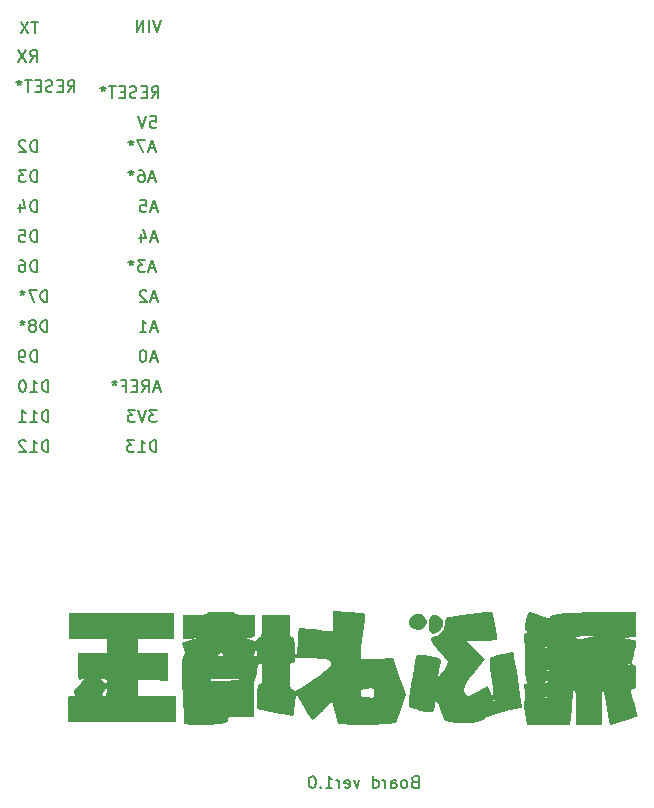
<source format=gbr>
%TF.GenerationSoftware,KiCad,Pcbnew,(6.0.5)*%
%TF.CreationDate,2022-07-12T02:11:44+09:00*%
%TF.ProjectId,sc11bbm,73633131-6262-46d2-9e6b-696361645f70,rev?*%
%TF.SameCoordinates,PXca2b5f1PY459e440*%
%TF.FileFunction,Legend,Bot*%
%TF.FilePolarity,Positive*%
%FSLAX46Y46*%
G04 Gerber Fmt 4.6, Leading zero omitted, Abs format (unit mm)*
G04 Created by KiCad (PCBNEW (6.0.5)) date 2022-07-12 02:11:44*
%MOMM*%
%LPD*%
G01*
G04 APERTURE LIST*
%ADD10C,0.150000*%
G04 APERTURE END LIST*
D10*
X5655713Y-45800571D02*
X5512856Y-45848190D01*
X5465237Y-45895809D01*
X5417618Y-45991047D01*
X5417618Y-46133904D01*
X5465237Y-46229142D01*
X5512856Y-46276761D01*
X5608094Y-46324380D01*
X5989046Y-46324380D01*
X5989046Y-45324380D01*
X5655713Y-45324380D01*
X5560475Y-45372000D01*
X5512856Y-45419619D01*
X5465237Y-45514857D01*
X5465237Y-45610095D01*
X5512856Y-45705333D01*
X5560475Y-45752952D01*
X5655713Y-45800571D01*
X5989046Y-45800571D01*
X4846189Y-46324380D02*
X4941427Y-46276761D01*
X4989046Y-46229142D01*
X5036665Y-46133904D01*
X5036665Y-45848190D01*
X4989046Y-45752952D01*
X4941427Y-45705333D01*
X4846189Y-45657714D01*
X4703332Y-45657714D01*
X4608094Y-45705333D01*
X4560475Y-45752952D01*
X4512856Y-45848190D01*
X4512856Y-46133904D01*
X4560475Y-46229142D01*
X4608094Y-46276761D01*
X4703332Y-46324380D01*
X4846189Y-46324380D01*
X3655713Y-46324380D02*
X3655713Y-45800571D01*
X3703332Y-45705333D01*
X3798570Y-45657714D01*
X3989046Y-45657714D01*
X4084284Y-45705333D01*
X3655713Y-46276761D02*
X3750951Y-46324380D01*
X3989046Y-46324380D01*
X4084284Y-46276761D01*
X4131903Y-46181523D01*
X4131903Y-46086285D01*
X4084284Y-45991047D01*
X3989046Y-45943428D01*
X3750951Y-45943428D01*
X3655713Y-45895809D01*
X3179522Y-46324380D02*
X3179522Y-45657714D01*
X3179522Y-45848190D02*
X3131903Y-45752952D01*
X3084284Y-45705333D01*
X2989046Y-45657714D01*
X2893808Y-45657714D01*
X2131903Y-46324380D02*
X2131903Y-45324380D01*
X2131903Y-46276761D02*
X2227141Y-46324380D01*
X2417618Y-46324380D01*
X2512856Y-46276761D01*
X2560475Y-46229142D01*
X2608094Y-46133904D01*
X2608094Y-45848190D01*
X2560475Y-45752952D01*
X2512856Y-45705333D01*
X2417618Y-45657714D01*
X2227141Y-45657714D01*
X2131903Y-45705333D01*
X989046Y-45657714D02*
X750951Y-46324380D01*
X512856Y-45657714D01*
X-249049Y-46276761D02*
X-153811Y-46324380D01*
X36665Y-46324380D01*
X131903Y-46276761D01*
X179522Y-46181523D01*
X179522Y-45800571D01*
X131903Y-45705333D01*
X36665Y-45657714D01*
X-153811Y-45657714D01*
X-249049Y-45705333D01*
X-296668Y-45800571D01*
X-296668Y-45895809D01*
X179522Y-45991047D01*
X-725240Y-46324380D02*
X-725240Y-45657714D01*
X-725240Y-45848190D02*
X-772859Y-45752952D01*
X-820478Y-45705333D01*
X-915716Y-45657714D01*
X-1010954Y-45657714D01*
X-1868097Y-46324380D02*
X-1296668Y-46324380D01*
X-1582382Y-46324380D02*
X-1582382Y-45324380D01*
X-1487144Y-45467238D01*
X-1391906Y-45562476D01*
X-1296668Y-45610095D01*
X-2296668Y-46229142D02*
X-2344287Y-46276761D01*
X-2296668Y-46324380D01*
X-2249049Y-46276761D01*
X-2296668Y-46229142D01*
X-2296668Y-46324380D01*
X-2963335Y-45324380D02*
X-3058573Y-45324380D01*
X-3153811Y-45372000D01*
X-3201430Y-45419619D01*
X-3249049Y-45514857D01*
X-3296668Y-45705333D01*
X-3296668Y-45943428D01*
X-3249049Y-46133904D01*
X-3201430Y-46229142D01*
X-3153811Y-46276761D01*
X-3058573Y-46324380D01*
X-2963335Y-46324380D01*
X-2868097Y-46276761D01*
X-2820478Y-46229142D01*
X-2772859Y-46133904D01*
X-2725240Y-45943428D01*
X-2725240Y-45705333D01*
X-2772859Y-45514857D01*
X-2820478Y-45419619D01*
X-2868097Y-45372000D01*
X-2963335Y-45324380D01*
X-15822763Y18683620D02*
X-16156097Y17683620D01*
X-16489430Y18683620D01*
X-16822763Y17683620D02*
X-16822763Y18683620D01*
X-17298954Y17683620D02*
X-17298954Y18683620D01*
X-17870382Y17683620D01*
X-17870382Y18683620D01*
X-26228097Y18547620D02*
X-26799525Y18547620D01*
X-26513811Y17547620D02*
X-26513811Y18547620D01*
X-27037621Y18547620D02*
X-27704287Y17547620D01*
X-27704287Y18547620D02*
X-27037621Y17547620D01*
X-26339906Y-96380D02*
X-26339906Y903620D01*
X-26578001Y903620D01*
X-26720859Y856000D01*
X-26816097Y760762D01*
X-26863716Y665524D01*
X-26911335Y475048D01*
X-26911335Y332191D01*
X-26863716Y141715D01*
X-26816097Y46477D01*
X-26720859Y-48761D01*
X-26578001Y-96380D01*
X-26339906Y-96380D01*
X-27816097Y903620D02*
X-27339906Y903620D01*
X-27292287Y427429D01*
X-27339906Y475048D01*
X-27435144Y522667D01*
X-27673240Y522667D01*
X-27768478Y475048D01*
X-27816097Y427429D01*
X-27863716Y332191D01*
X-27863716Y94096D01*
X-27816097Y-1142D01*
X-27768478Y-48761D01*
X-27673240Y-96380D01*
X-27435144Y-96380D01*
X-27339906Y-48761D01*
X-27292287Y-1142D01*
X-26339906Y2443620D02*
X-26339906Y3443620D01*
X-26578001Y3443620D01*
X-26720859Y3396000D01*
X-26816097Y3300762D01*
X-26863716Y3205524D01*
X-26911335Y3015048D01*
X-26911335Y2872191D01*
X-26863716Y2681715D01*
X-26816097Y2586477D01*
X-26720859Y2491239D01*
X-26578001Y2443620D01*
X-26339906Y2443620D01*
X-27768478Y3110286D02*
X-27768478Y2443620D01*
X-27530382Y3491239D02*
X-27292287Y2776953D01*
X-27911335Y2776953D01*
X-25355716Y-15336380D02*
X-25355716Y-14336380D01*
X-25593811Y-14336380D01*
X-25736668Y-14384000D01*
X-25831906Y-14479238D01*
X-25879525Y-14574476D01*
X-25927144Y-14764952D01*
X-25927144Y-14907809D01*
X-25879525Y-15098285D01*
X-25831906Y-15193523D01*
X-25736668Y-15288761D01*
X-25593811Y-15336380D01*
X-25355716Y-15336380D01*
X-26879525Y-15336380D02*
X-26308097Y-15336380D01*
X-26593811Y-15336380D02*
X-26593811Y-14336380D01*
X-26498573Y-14479238D01*
X-26403335Y-14574476D01*
X-26308097Y-14622095D01*
X-27831906Y-15336380D02*
X-27260478Y-15336380D01*
X-27546192Y-15336380D02*
X-27546192Y-14336380D01*
X-27450954Y-14479238D01*
X-27355716Y-14574476D01*
X-27260478Y-14622095D01*
X-26339906Y-2636380D02*
X-26339906Y-1636380D01*
X-26578001Y-1636380D01*
X-26720859Y-1684000D01*
X-26816097Y-1779238D01*
X-26863716Y-1874476D01*
X-26911335Y-2064952D01*
X-26911335Y-2207809D01*
X-26863716Y-2398285D01*
X-26816097Y-2493523D01*
X-26720859Y-2588761D01*
X-26578001Y-2636380D01*
X-26339906Y-2636380D01*
X-27768478Y-1636380D02*
X-27578001Y-1636380D01*
X-27482763Y-1684000D01*
X-27435144Y-1731619D01*
X-27339906Y-1874476D01*
X-27292287Y-2064952D01*
X-27292287Y-2445904D01*
X-27339906Y-2541142D01*
X-27387525Y-2588761D01*
X-27482763Y-2636380D01*
X-27673240Y-2636380D01*
X-27768478Y-2588761D01*
X-27816097Y-2541142D01*
X-27863716Y-2445904D01*
X-27863716Y-2207809D01*
X-27816097Y-2112571D01*
X-27768478Y-2064952D01*
X-27673240Y-2017333D01*
X-27482763Y-2017333D01*
X-27387525Y-2064952D01*
X-27339906Y-2112571D01*
X-27292287Y-2207809D01*
X-16727525Y10555620D02*
X-16251335Y10555620D01*
X-16203716Y10079429D01*
X-16251335Y10127048D01*
X-16346573Y10174667D01*
X-16584668Y10174667D01*
X-16679906Y10127048D01*
X-16727525Y10079429D01*
X-16775144Y9984191D01*
X-16775144Y9746096D01*
X-16727525Y9650858D01*
X-16679906Y9603239D01*
X-16584668Y9555620D01*
X-16346573Y9555620D01*
X-16251335Y9603239D01*
X-16203716Y9650858D01*
X-17060859Y10555620D02*
X-17394192Y9555620D01*
X-17727525Y10555620D01*
X-16203716Y-7430666D02*
X-16679906Y-7430666D01*
X-16108478Y-7716380D02*
X-16441811Y-6716380D01*
X-16775144Y-7716380D01*
X-17632287Y-7716380D02*
X-17060859Y-7716380D01*
X-17346573Y-7716380D02*
X-17346573Y-6716380D01*
X-17251335Y-6859238D01*
X-17156097Y-6954476D01*
X-17060859Y-7002095D01*
X-16203716Y-9970666D02*
X-16679906Y-9970666D01*
X-16108478Y-10256380D02*
X-16441811Y-9256380D01*
X-16775144Y-10256380D01*
X-17298954Y-9256380D02*
X-17394192Y-9256380D01*
X-17489430Y-9304000D01*
X-17537049Y-9351619D01*
X-17584668Y-9446857D01*
X-17632287Y-9637333D01*
X-17632287Y-9875428D01*
X-17584668Y-10065904D01*
X-17537049Y-10161142D01*
X-17489430Y-10208761D01*
X-17394192Y-10256380D01*
X-17298954Y-10256380D01*
X-17203716Y-10208761D01*
X-17156097Y-10161142D01*
X-17108478Y-10065904D01*
X-17060859Y-9875428D01*
X-17060859Y-9637333D01*
X-17108478Y-9446857D01*
X-17156097Y-9351619D01*
X-17203716Y-9304000D01*
X-17298954Y-9256380D01*
X-16203716Y-4890666D02*
X-16679906Y-4890666D01*
X-16108478Y-5176380D02*
X-16441811Y-4176380D01*
X-16775144Y-5176380D01*
X-17060859Y-4271619D02*
X-17108478Y-4224000D01*
X-17203716Y-4176380D01*
X-17441811Y-4176380D01*
X-17537049Y-4224000D01*
X-17584668Y-4271619D01*
X-17632287Y-4366857D01*
X-17632287Y-4462095D01*
X-17584668Y-4604952D01*
X-17013240Y-5176380D01*
X-17632287Y-5176380D01*
X-23720668Y12603620D02*
X-23387335Y13079810D01*
X-23149240Y12603620D02*
X-23149240Y13603620D01*
X-23530192Y13603620D01*
X-23625430Y13556000D01*
X-23673049Y13508381D01*
X-23720668Y13413143D01*
X-23720668Y13270286D01*
X-23673049Y13175048D01*
X-23625430Y13127429D01*
X-23530192Y13079810D01*
X-23149240Y13079810D01*
X-24149240Y13127429D02*
X-24482573Y13127429D01*
X-24625430Y12603620D02*
X-24149240Y12603620D01*
X-24149240Y13603620D01*
X-24625430Y13603620D01*
X-25006382Y12651239D02*
X-25149240Y12603620D01*
X-25387335Y12603620D01*
X-25482573Y12651239D01*
X-25530192Y12698858D01*
X-25577811Y12794096D01*
X-25577811Y12889334D01*
X-25530192Y12984572D01*
X-25482573Y13032191D01*
X-25387335Y13079810D01*
X-25196859Y13127429D01*
X-25101621Y13175048D01*
X-25054001Y13222667D01*
X-25006382Y13317905D01*
X-25006382Y13413143D01*
X-25054001Y13508381D01*
X-25101621Y13556000D01*
X-25196859Y13603620D01*
X-25434954Y13603620D01*
X-25577811Y13556000D01*
X-26006382Y13127429D02*
X-26339716Y13127429D01*
X-26482573Y12603620D02*
X-26006382Y12603620D01*
X-26006382Y13603620D01*
X-26482573Y13603620D01*
X-26768287Y13603620D02*
X-27339716Y13603620D01*
X-27054001Y12603620D02*
X-27054001Y13603620D01*
X-27815906Y13603620D02*
X-27815906Y13365524D01*
X-27577811Y13460762D02*
X-27815906Y13365524D01*
X-28054001Y13460762D01*
X-27673049Y13175048D02*
X-27815906Y13365524D01*
X-27958763Y13175048D01*
X-16211716Y-17876380D02*
X-16211716Y-16876380D01*
X-16449811Y-16876380D01*
X-16592668Y-16924000D01*
X-16687906Y-17019238D01*
X-16735525Y-17114476D01*
X-16783144Y-17304952D01*
X-16783144Y-17447809D01*
X-16735525Y-17638285D01*
X-16687906Y-17733523D01*
X-16592668Y-17828761D01*
X-16449811Y-17876380D01*
X-16211716Y-17876380D01*
X-17735525Y-17876380D02*
X-17164097Y-17876380D01*
X-17449811Y-17876380D02*
X-17449811Y-16876380D01*
X-17354573Y-17019238D01*
X-17259335Y-17114476D01*
X-17164097Y-17162095D01*
X-18068859Y-16876380D02*
X-18687906Y-16876380D01*
X-18354573Y-17257333D01*
X-18497430Y-17257333D01*
X-18592668Y-17304952D01*
X-18640287Y-17352571D01*
X-18687906Y-17447809D01*
X-18687906Y-17685904D01*
X-18640287Y-17781142D01*
X-18592668Y-17828761D01*
X-18497430Y-17876380D01*
X-18211716Y-17876380D01*
X-18116478Y-17828761D01*
X-18068859Y-17781142D01*
X-16187906Y-14336380D02*
X-16806954Y-14336380D01*
X-16473621Y-14717333D01*
X-16616478Y-14717333D01*
X-16711716Y-14764952D01*
X-16759335Y-14812571D01*
X-16806954Y-14907809D01*
X-16806954Y-15145904D01*
X-16759335Y-15241142D01*
X-16711716Y-15288761D01*
X-16616478Y-15336380D01*
X-16330763Y-15336380D01*
X-16235525Y-15288761D01*
X-16187906Y-15241142D01*
X-17092668Y-14336380D02*
X-17426001Y-15336380D01*
X-17759335Y-14336380D01*
X-17997430Y-14336380D02*
X-18616478Y-14336380D01*
X-18283144Y-14717333D01*
X-18426001Y-14717333D01*
X-18521240Y-14764952D01*
X-18568859Y-14812571D01*
X-18616478Y-14907809D01*
X-18616478Y-15145904D01*
X-18568859Y-15241142D01*
X-18521240Y-15288761D01*
X-18426001Y-15336380D01*
X-18140287Y-15336380D01*
X-18045049Y-15288761D01*
X-17997430Y-15241142D01*
X-16330763Y5269334D02*
X-16806954Y5269334D01*
X-16235525Y4983620D02*
X-16568859Y5983620D01*
X-16902192Y4983620D01*
X-17664097Y5983620D02*
X-17473621Y5983620D01*
X-17378382Y5936000D01*
X-17330763Y5888381D01*
X-17235525Y5745524D01*
X-17187906Y5555048D01*
X-17187906Y5174096D01*
X-17235525Y5078858D01*
X-17283144Y5031239D01*
X-17378382Y4983620D01*
X-17568859Y4983620D01*
X-17664097Y5031239D01*
X-17711716Y5078858D01*
X-17759335Y5174096D01*
X-17759335Y5412191D01*
X-17711716Y5507429D01*
X-17664097Y5555048D01*
X-17568859Y5602667D01*
X-17378382Y5602667D01*
X-17283144Y5555048D01*
X-17235525Y5507429D01*
X-17187906Y5412191D01*
X-18330763Y5983620D02*
X-18330763Y5745524D01*
X-18092668Y5840762D02*
X-18330763Y5745524D01*
X-18568859Y5840762D01*
X-18187906Y5555048D02*
X-18330763Y5745524D01*
X-18473621Y5555048D01*
X-26911335Y15143620D02*
X-26578001Y15619810D01*
X-26339906Y15143620D02*
X-26339906Y16143620D01*
X-26720859Y16143620D01*
X-26816097Y16096000D01*
X-26863716Y16048381D01*
X-26911335Y15953143D01*
X-26911335Y15810286D01*
X-26863716Y15715048D01*
X-26816097Y15667429D01*
X-26720859Y15619810D01*
X-26339906Y15619810D01*
X-27244668Y16143620D02*
X-27911335Y15143620D01*
X-27911335Y16143620D02*
X-27244668Y15143620D01*
X-26339906Y4983620D02*
X-26339906Y5983620D01*
X-26578001Y5983620D01*
X-26720859Y5936000D01*
X-26816097Y5840762D01*
X-26863716Y5745524D01*
X-26911335Y5555048D01*
X-26911335Y5412191D01*
X-26863716Y5221715D01*
X-26816097Y5126477D01*
X-26720859Y5031239D01*
X-26578001Y4983620D01*
X-26339906Y4983620D01*
X-27244668Y5983620D02*
X-27863716Y5983620D01*
X-27530382Y5602667D01*
X-27673240Y5602667D01*
X-27768478Y5555048D01*
X-27816097Y5507429D01*
X-27863716Y5412191D01*
X-27863716Y5174096D01*
X-27816097Y5078858D01*
X-27768478Y5031239D01*
X-27673240Y4983620D01*
X-27387525Y4983620D01*
X-27292287Y5031239D01*
X-27244668Y5078858D01*
X-16330763Y-2350666D02*
X-16806954Y-2350666D01*
X-16235525Y-2636380D02*
X-16568859Y-1636380D01*
X-16902192Y-2636380D01*
X-17140287Y-1636380D02*
X-17759335Y-1636380D01*
X-17426001Y-2017333D01*
X-17568859Y-2017333D01*
X-17664097Y-2064952D01*
X-17711716Y-2112571D01*
X-17759335Y-2207809D01*
X-17759335Y-2445904D01*
X-17711716Y-2541142D01*
X-17664097Y-2588761D01*
X-17568859Y-2636380D01*
X-17283144Y-2636380D01*
X-17187906Y-2588761D01*
X-17140287Y-2541142D01*
X-18330763Y-1636380D02*
X-18330763Y-1874476D01*
X-18092668Y-1779238D02*
X-18330763Y-1874476D01*
X-18568859Y-1779238D01*
X-18187906Y-2064952D02*
X-18330763Y-1874476D01*
X-18473621Y-2064952D01*
X-16203716Y2729334D02*
X-16679906Y2729334D01*
X-16108478Y2443620D02*
X-16441811Y3443620D01*
X-16775144Y2443620D01*
X-17584668Y3443620D02*
X-17108478Y3443620D01*
X-17060859Y2967429D01*
X-17108478Y3015048D01*
X-17203716Y3062667D01*
X-17441811Y3062667D01*
X-17537049Y3015048D01*
X-17584668Y2967429D01*
X-17632287Y2872191D01*
X-17632287Y2634096D01*
X-17584668Y2538858D01*
X-17537049Y2491239D01*
X-17441811Y2443620D01*
X-17203716Y2443620D01*
X-17108478Y2491239D01*
X-17060859Y2538858D01*
X-26339906Y-10256380D02*
X-26339906Y-9256380D01*
X-26578001Y-9256380D01*
X-26720859Y-9304000D01*
X-26816097Y-9399238D01*
X-26863716Y-9494476D01*
X-26911335Y-9684952D01*
X-26911335Y-9827809D01*
X-26863716Y-10018285D01*
X-26816097Y-10113523D01*
X-26720859Y-10208761D01*
X-26578001Y-10256380D01*
X-26339906Y-10256380D01*
X-27387525Y-10256380D02*
X-27578001Y-10256380D01*
X-27673240Y-10208761D01*
X-27720859Y-10161142D01*
X-27816097Y-10018285D01*
X-27863716Y-9827809D01*
X-27863716Y-9446857D01*
X-27816097Y-9351619D01*
X-27768478Y-9304000D01*
X-27673240Y-9256380D01*
X-27482763Y-9256380D01*
X-27387525Y-9304000D01*
X-27339906Y-9351619D01*
X-27292287Y-9446857D01*
X-27292287Y-9684952D01*
X-27339906Y-9780190D01*
X-27387525Y-9827809D01*
X-27482763Y-9875428D01*
X-27673240Y-9875428D01*
X-27768478Y-9827809D01*
X-27816097Y-9780190D01*
X-27863716Y-9684952D01*
X-26339906Y7523620D02*
X-26339906Y8523620D01*
X-26578001Y8523620D01*
X-26720859Y8476000D01*
X-26816097Y8380762D01*
X-26863716Y8285524D01*
X-26911335Y8095048D01*
X-26911335Y7952191D01*
X-26863716Y7761715D01*
X-26816097Y7666477D01*
X-26720859Y7571239D01*
X-26578001Y7523620D01*
X-26339906Y7523620D01*
X-27292287Y8428381D02*
X-27339906Y8476000D01*
X-27435144Y8523620D01*
X-27673240Y8523620D01*
X-27768478Y8476000D01*
X-27816097Y8428381D01*
X-27863716Y8333143D01*
X-27863716Y8237905D01*
X-27816097Y8095048D01*
X-27244668Y7523620D01*
X-27863716Y7523620D01*
X-16203716Y189334D02*
X-16679906Y189334D01*
X-16108478Y-96380D02*
X-16441811Y903620D01*
X-16775144Y-96380D01*
X-17537049Y570286D02*
X-17537049Y-96380D01*
X-17298954Y951239D02*
X-17060859Y236953D01*
X-17679906Y236953D01*
X-25355716Y-12796380D02*
X-25355716Y-11796380D01*
X-25593811Y-11796380D01*
X-25736668Y-11844000D01*
X-25831906Y-11939238D01*
X-25879525Y-12034476D01*
X-25927144Y-12224952D01*
X-25927144Y-12367809D01*
X-25879525Y-12558285D01*
X-25831906Y-12653523D01*
X-25736668Y-12748761D01*
X-25593811Y-12796380D01*
X-25355716Y-12796380D01*
X-26879525Y-12796380D02*
X-26308097Y-12796380D01*
X-26593811Y-12796380D02*
X-26593811Y-11796380D01*
X-26498573Y-11939238D01*
X-26403335Y-12034476D01*
X-26308097Y-12082095D01*
X-27498573Y-11796380D02*
X-27593811Y-11796380D01*
X-27689049Y-11844000D01*
X-27736668Y-11891619D01*
X-27784287Y-11986857D01*
X-27831906Y-12177333D01*
X-27831906Y-12415428D01*
X-27784287Y-12605904D01*
X-27736668Y-12701142D01*
X-27689049Y-12748761D01*
X-27593811Y-12796380D01*
X-27498573Y-12796380D01*
X-27403335Y-12748761D01*
X-27355716Y-12701142D01*
X-27308097Y-12605904D01*
X-27260478Y-12415428D01*
X-27260478Y-12177333D01*
X-27308097Y-11986857D01*
X-27355716Y-11891619D01*
X-27403335Y-11844000D01*
X-27498573Y-11796380D01*
X-15934001Y-12510666D02*
X-16410192Y-12510666D01*
X-15838763Y-12796380D02*
X-16172097Y-11796380D01*
X-16505430Y-12796380D01*
X-17410192Y-12796380D02*
X-17076859Y-12320190D01*
X-16838763Y-12796380D02*
X-16838763Y-11796380D01*
X-17219716Y-11796380D01*
X-17314954Y-11844000D01*
X-17362573Y-11891619D01*
X-17410192Y-11986857D01*
X-17410192Y-12129714D01*
X-17362573Y-12224952D01*
X-17314954Y-12272571D01*
X-17219716Y-12320190D01*
X-16838763Y-12320190D01*
X-17838763Y-12272571D02*
X-18172097Y-12272571D01*
X-18314954Y-12796380D02*
X-17838763Y-12796380D01*
X-17838763Y-11796380D01*
X-18314954Y-11796380D01*
X-19076859Y-12272571D02*
X-18743525Y-12272571D01*
X-18743525Y-12796380D02*
X-18743525Y-11796380D01*
X-19219716Y-11796380D01*
X-19743525Y-11796380D02*
X-19743525Y-12034476D01*
X-19505430Y-11939238D02*
X-19743525Y-12034476D01*
X-19981621Y-11939238D01*
X-19600668Y-12224952D02*
X-19743525Y-12034476D01*
X-19886382Y-12224952D01*
X-16330763Y7809334D02*
X-16806954Y7809334D01*
X-16235525Y7523620D02*
X-16568859Y8523620D01*
X-16902192Y7523620D01*
X-17140287Y8523620D02*
X-17806954Y8523620D01*
X-17378382Y7523620D01*
X-18330763Y8523620D02*
X-18330763Y8285524D01*
X-18092668Y8380762D02*
X-18330763Y8285524D01*
X-18568859Y8380762D01*
X-18187906Y8095048D02*
X-18330763Y8285524D01*
X-18473621Y8095048D01*
X-25450954Y-7716380D02*
X-25450954Y-6716380D01*
X-25689049Y-6716380D01*
X-25831906Y-6764000D01*
X-25927144Y-6859238D01*
X-25974763Y-6954476D01*
X-26022382Y-7144952D01*
X-26022382Y-7287809D01*
X-25974763Y-7478285D01*
X-25927144Y-7573523D01*
X-25831906Y-7668761D01*
X-25689049Y-7716380D01*
X-25450954Y-7716380D01*
X-26593811Y-7144952D02*
X-26498573Y-7097333D01*
X-26450954Y-7049714D01*
X-26403335Y-6954476D01*
X-26403335Y-6906857D01*
X-26450954Y-6811619D01*
X-26498573Y-6764000D01*
X-26593811Y-6716380D01*
X-26784287Y-6716380D01*
X-26879525Y-6764000D01*
X-26927144Y-6811619D01*
X-26974763Y-6906857D01*
X-26974763Y-6954476D01*
X-26927144Y-7049714D01*
X-26879525Y-7097333D01*
X-26784287Y-7144952D01*
X-26593811Y-7144952D01*
X-26498573Y-7192571D01*
X-26450954Y-7240190D01*
X-26403335Y-7335428D01*
X-26403335Y-7525904D01*
X-26450954Y-7621142D01*
X-26498573Y-7668761D01*
X-26593811Y-7716380D01*
X-26784287Y-7716380D01*
X-26879525Y-7668761D01*
X-26927144Y-7621142D01*
X-26974763Y-7525904D01*
X-26974763Y-7335428D01*
X-26927144Y-7240190D01*
X-26879525Y-7192571D01*
X-26784287Y-7144952D01*
X-27546192Y-6716380D02*
X-27546192Y-6954476D01*
X-27308097Y-6859238D02*
X-27546192Y-6954476D01*
X-27784287Y-6859238D01*
X-27403335Y-7144952D02*
X-27546192Y-6954476D01*
X-27689049Y-7144952D01*
X-16608668Y12095620D02*
X-16275335Y12571810D01*
X-16037240Y12095620D02*
X-16037240Y13095620D01*
X-16418192Y13095620D01*
X-16513430Y13048000D01*
X-16561049Y13000381D01*
X-16608668Y12905143D01*
X-16608668Y12762286D01*
X-16561049Y12667048D01*
X-16513430Y12619429D01*
X-16418192Y12571810D01*
X-16037240Y12571810D01*
X-17037240Y12619429D02*
X-17370573Y12619429D01*
X-17513430Y12095620D02*
X-17037240Y12095620D01*
X-17037240Y13095620D01*
X-17513430Y13095620D01*
X-17894382Y12143239D02*
X-18037240Y12095620D01*
X-18275335Y12095620D01*
X-18370573Y12143239D01*
X-18418192Y12190858D01*
X-18465811Y12286096D01*
X-18465811Y12381334D01*
X-18418192Y12476572D01*
X-18370573Y12524191D01*
X-18275335Y12571810D01*
X-18084859Y12619429D01*
X-17989621Y12667048D01*
X-17942001Y12714667D01*
X-17894382Y12809905D01*
X-17894382Y12905143D01*
X-17942001Y13000381D01*
X-17989621Y13048000D01*
X-18084859Y13095620D01*
X-18322954Y13095620D01*
X-18465811Y13048000D01*
X-18894382Y12619429D02*
X-19227716Y12619429D01*
X-19370573Y12095620D02*
X-18894382Y12095620D01*
X-18894382Y13095620D01*
X-19370573Y13095620D01*
X-19656287Y13095620D02*
X-20227716Y13095620D01*
X-19942001Y12095620D02*
X-19942001Y13095620D01*
X-20703906Y13095620D02*
X-20703906Y12857524D01*
X-20465811Y12952762D02*
X-20703906Y12857524D01*
X-20942001Y12952762D01*
X-20561049Y12667048D02*
X-20703906Y12857524D01*
X-20846763Y12667048D01*
X-25450954Y-5176380D02*
X-25450954Y-4176380D01*
X-25689049Y-4176380D01*
X-25831906Y-4224000D01*
X-25927144Y-4319238D01*
X-25974763Y-4414476D01*
X-26022382Y-4604952D01*
X-26022382Y-4747809D01*
X-25974763Y-4938285D01*
X-25927144Y-5033523D01*
X-25831906Y-5128761D01*
X-25689049Y-5176380D01*
X-25450954Y-5176380D01*
X-26355716Y-4176380D02*
X-27022382Y-4176380D01*
X-26593811Y-5176380D01*
X-27546192Y-4176380D02*
X-27546192Y-4414476D01*
X-27308097Y-4319238D02*
X-27546192Y-4414476D01*
X-27784287Y-4319238D01*
X-27403335Y-4604952D02*
X-27546192Y-4414476D01*
X-27689049Y-4604952D01*
X-25355716Y-17876380D02*
X-25355716Y-16876380D01*
X-25593811Y-16876380D01*
X-25736668Y-16924000D01*
X-25831906Y-17019238D01*
X-25879525Y-17114476D01*
X-25927144Y-17304952D01*
X-25927144Y-17447809D01*
X-25879525Y-17638285D01*
X-25831906Y-17733523D01*
X-25736668Y-17828761D01*
X-25593811Y-17876380D01*
X-25355716Y-17876380D01*
X-26879525Y-17876380D02*
X-26308097Y-17876380D01*
X-26593811Y-17876380D02*
X-26593811Y-16876380D01*
X-26498573Y-17019238D01*
X-26403335Y-17114476D01*
X-26308097Y-17162095D01*
X-27260478Y-16971619D02*
X-27308097Y-16924000D01*
X-27403335Y-16876380D01*
X-27641430Y-16876380D01*
X-27736668Y-16924000D01*
X-27784287Y-16971619D01*
X-27831906Y-17066857D01*
X-27831906Y-17162095D01*
X-27784287Y-17304952D01*
X-27212859Y-17876380D01*
X-27831906Y-17876380D01*
%TO.C,G\u002A\u002A\u002A*%
G36*
X7438416Y-31699317D02*
G01*
X7827511Y-31873640D01*
X8037499Y-32201853D01*
X8038047Y-32604636D01*
X7798827Y-33002667D01*
X7675028Y-33116056D01*
X7313576Y-33308872D01*
X7043265Y-33238786D01*
X6890775Y-32923870D01*
X6882787Y-32382194D01*
X6898273Y-32252418D01*
X6969208Y-31889946D01*
X7087204Y-31726794D01*
X7296465Y-31688874D01*
X7438416Y-31699317D01*
G37*
G36*
X24227883Y-35046345D02*
G01*
X24226731Y-35051564D01*
X24068786Y-35630253D01*
X24058826Y-35666747D01*
X24047067Y-35825987D01*
X24086746Y-35849219D01*
X24211404Y-35922207D01*
X24295667Y-35941751D01*
X24384363Y-36078301D01*
X24423671Y-36360138D01*
X24428345Y-36393649D01*
X24440206Y-36944046D01*
X24440188Y-36981081D01*
X24437940Y-37104824D01*
X24430672Y-37504855D01*
X24392070Y-37802282D01*
X24307369Y-37935309D01*
X24159553Y-37965885D01*
X24051199Y-37972847D01*
X23974051Y-38032409D01*
X23975271Y-38201111D01*
X24058198Y-38535323D01*
X24226166Y-39091418D01*
X24276472Y-39255744D01*
X24422374Y-39749843D01*
X24517517Y-40100104D01*
X24543313Y-40239249D01*
X24530245Y-40245261D01*
X24327491Y-40319744D01*
X23934125Y-40457639D01*
X23418367Y-40634950D01*
X23284940Y-40680308D01*
X22779521Y-40849229D01*
X22403626Y-40970328D01*
X22230479Y-41019878D01*
X22194901Y-40957608D01*
X22124452Y-40662718D01*
X22041826Y-40179977D01*
X21958394Y-39569973D01*
X21901551Y-39147161D01*
X21809425Y-38593618D01*
X21721191Y-38198825D01*
X21650018Y-38028599D01*
X21608008Y-38084100D01*
X21562661Y-38374167D01*
X21531959Y-38860751D01*
X21520666Y-39490029D01*
X21520666Y-41031402D01*
X19331011Y-41031402D01*
X19331011Y-39469448D01*
X19326990Y-39060185D01*
X19296983Y-38446414D01*
X19243898Y-38118477D01*
X19175191Y-38073622D01*
X19098318Y-38309100D01*
X19039847Y-38695770D01*
X19020735Y-38822159D01*
X18949899Y-39610049D01*
X18849987Y-41031402D01*
X15138768Y-41031402D01*
X15000565Y-40010439D01*
X14996740Y-39981777D01*
X14946926Y-39462743D01*
X14942979Y-39062588D01*
X14985977Y-38865862D01*
X15011972Y-38817402D01*
X15025322Y-38619848D01*
X16734613Y-38619848D01*
X16752084Y-38793088D01*
X16795991Y-38815926D01*
X16849402Y-38695770D01*
X16838867Y-38618491D01*
X16752084Y-38598452D01*
X16734613Y-38619848D01*
X15025322Y-38619848D01*
X15030897Y-38537345D01*
X14973174Y-38135101D01*
X14967014Y-38107536D01*
X14901490Y-37736451D01*
X14933880Y-37567066D01*
X15076700Y-37525719D01*
X15195209Y-37506563D01*
X15176951Y-37458828D01*
X16731617Y-37458828D01*
X16797363Y-37457545D01*
X16913005Y-37278790D01*
X16923397Y-37251096D01*
X16954025Y-37104824D01*
X16831288Y-37197073D01*
X16747991Y-37304406D01*
X16731617Y-37458828D01*
X15176951Y-37458828D01*
X15160661Y-37416236D01*
X15130355Y-37373929D01*
X15065375Y-37079655D01*
X15025528Y-36556359D01*
X15021481Y-36284216D01*
X16880590Y-36284216D01*
X16898061Y-36457456D01*
X16941968Y-36480294D01*
X16995379Y-36360138D01*
X16984844Y-36282858D01*
X16898061Y-36262820D01*
X16880590Y-36284216D01*
X15021481Y-36284216D01*
X15015013Y-35849219D01*
X23710321Y-35849219D01*
X23783310Y-35922207D01*
X23856298Y-35849219D01*
X23783310Y-35776230D01*
X23710321Y-35849219D01*
X15015013Y-35849219D01*
X15014860Y-35491766D01*
X15005017Y-35008899D01*
X19201254Y-35008899D01*
X19225412Y-35520770D01*
X19229198Y-35549325D01*
X19257096Y-35625956D01*
X19269474Y-35513859D01*
X21550685Y-35513859D01*
X21569965Y-35812724D01*
X21620654Y-35837486D01*
X21643594Y-35630253D01*
X21623246Y-35429444D01*
X21569965Y-35447782D01*
X21550685Y-35513859D01*
X19269474Y-35513859D01*
X19276813Y-35447389D01*
X19284287Y-35046345D01*
X19284166Y-34986303D01*
X19274972Y-34610779D01*
X19254034Y-34461744D01*
X19225412Y-34571920D01*
X19201254Y-35008899D01*
X15005017Y-35008899D01*
X15000940Y-34808887D01*
X14980487Y-34389448D01*
X16703425Y-34389448D01*
X16776413Y-34462437D01*
X16849402Y-34389448D01*
X16776413Y-34316460D01*
X16703425Y-34389448D01*
X14980487Y-34389448D01*
X14972355Y-34222671D01*
X14933068Y-33830725D01*
X14907572Y-33648173D01*
X14909836Y-33586575D01*
X19331011Y-33586575D01*
X19457072Y-33693580D01*
X19848083Y-33695294D01*
X20498827Y-33586575D01*
X20722496Y-33535190D01*
X20790945Y-33496173D01*
X20614799Y-33474094D01*
X20170379Y-33459814D01*
X19814667Y-33464668D01*
X19464248Y-33509008D01*
X19331011Y-33586575D01*
X14909836Y-33586575D01*
X14919211Y-33331502D01*
X15054461Y-33190008D01*
X15177779Y-33114183D01*
X15146745Y-33072721D01*
X17026567Y-33072721D01*
X17044038Y-33245962D01*
X17087945Y-33268799D01*
X17141356Y-33148644D01*
X17130821Y-33071364D01*
X17044038Y-33051326D01*
X17026567Y-33072721D01*
X15146745Y-33072721D01*
X15091413Y-32998795D01*
X15001359Y-32876006D01*
X14999268Y-32612442D01*
X15093733Y-32143248D01*
X15165618Y-31855158D01*
X15257651Y-31525342D01*
X15308350Y-31396920D01*
X15421621Y-31430230D01*
X15742647Y-31535926D01*
X16192505Y-31688874D01*
X16614387Y-31833941D01*
X16936248Y-31936309D01*
X17090780Y-31958101D01*
X17138858Y-31905451D01*
X17141356Y-31784493D01*
X17146053Y-31768385D01*
X17336224Y-31682399D01*
X17782325Y-31603895D01*
X18453864Y-31534968D01*
X19320349Y-31477713D01*
X20351287Y-31434224D01*
X21516185Y-31406595D01*
X22784551Y-31396920D01*
X24440206Y-31396920D01*
X24440206Y-33586575D01*
X23199402Y-33620149D01*
X23748427Y-33726622D01*
X23839886Y-33745346D01*
X24196987Y-33839117D01*
X24387567Y-33923208D01*
X24388088Y-33923744D01*
X24404165Y-34112159D01*
X24363777Y-34389448D01*
X24346111Y-34510733D01*
X24227883Y-35046345D01*
G37*
G36*
X6252514Y-31631263D02*
G01*
X6571446Y-31907839D01*
X6700918Y-32127372D01*
X6725899Y-32352018D01*
X6571446Y-32637724D01*
X6341883Y-32865892D01*
X5963107Y-32982871D01*
X5582461Y-32907562D01*
X5288866Y-32663140D01*
X5171241Y-32272782D01*
X5239624Y-31966959D01*
X5497683Y-31683998D01*
X5864953Y-31564375D01*
X6252514Y-31631263D01*
G37*
G36*
X-14535656Y-38549793D02*
G01*
X-14535656Y-40739448D01*
X-23732208Y-40739448D01*
X-23732208Y-39644621D01*
X-23730747Y-39229493D01*
X-23713221Y-38839815D01*
X-23658165Y-38637665D01*
X-23544061Y-38561505D01*
X-23349391Y-38549793D01*
X-23214153Y-38546248D01*
X-23062135Y-38492678D01*
X-23088942Y-38440311D01*
X-20808025Y-38440311D01*
X-20785461Y-38490672D01*
X-20593702Y-38549793D01*
X-20446274Y-38471274D01*
X-20374736Y-38156950D01*
X-20380754Y-37927497D01*
X-20434410Y-37865584D01*
X-20589059Y-38047467D01*
X-20724905Y-38250225D01*
X-20808025Y-38440311D01*
X-23088942Y-38440311D01*
X-23139652Y-38341248D01*
X-23154907Y-38321797D01*
X-23200129Y-38155147D01*
X-23077872Y-37934787D01*
X-22756089Y-37598675D01*
X-22605154Y-37451896D01*
X-22389509Y-37217749D01*
X-22376731Y-37157876D01*
X-20958644Y-37157876D01*
X-20895978Y-37233296D01*
X-20666690Y-37381977D01*
X-20623735Y-37404378D01*
X-20425201Y-37459445D01*
X-20374736Y-37314125D01*
X-20426981Y-37183656D01*
X-20666690Y-37090023D01*
X-20835848Y-37102658D01*
X-20958644Y-37157876D01*
X-22376731Y-37157876D01*
X-22369613Y-37124526D01*
X-22527897Y-37136658D01*
X-22654884Y-37158200D01*
X-22768503Y-37124313D01*
X-22828629Y-36966381D01*
X-22852248Y-36628438D01*
X-22856346Y-36054518D01*
X-22856346Y-34900368D01*
X-20374736Y-34900368D01*
X-20374736Y-33732552D01*
X-23586231Y-33732552D01*
X-23586231Y-31542897D01*
X-14681633Y-31542897D01*
X-14681633Y-33732552D01*
X-17747150Y-33732552D01*
X-17747150Y-34900368D01*
X-15265541Y-34900368D01*
X-15265541Y-37257451D01*
X-16506686Y-37210231D01*
X-17747832Y-37163012D01*
X-17747758Y-37314125D01*
X-17747491Y-37856402D01*
X-17747343Y-38156950D01*
X-17747150Y-38549793D01*
X-14535656Y-38549793D01*
G37*
G36*
X14738439Y-39384150D02*
G01*
X14751986Y-39527179D01*
X14750373Y-39528291D01*
X14587407Y-39566077D01*
X14216567Y-39633658D01*
X13713505Y-39717193D01*
X12800856Y-39943419D01*
X11820009Y-40364661D01*
X11435949Y-40565306D01*
X10956725Y-40757592D01*
X10478852Y-40849329D01*
X9906272Y-40855870D01*
X9142925Y-40792571D01*
X8254540Y-40699716D01*
X7930934Y-39880215D01*
X7807637Y-39575492D01*
X7598843Y-39118979D01*
X7460719Y-38929251D01*
X7384369Y-38997485D01*
X7360896Y-39314856D01*
X7359664Y-39386525D01*
X7314021Y-39742201D01*
X7222954Y-39931609D01*
X7025986Y-39941901D01*
X6631724Y-39886385D01*
X6128126Y-39776500D01*
X5738460Y-39672260D01*
X5383967Y-39542591D01*
X5215866Y-39405123D01*
X5174596Y-39225437D01*
X5180129Y-39115831D01*
X5200879Y-38914736D01*
X12324114Y-38914736D01*
X12397103Y-38987724D01*
X12470091Y-38914736D01*
X12397103Y-38841747D01*
X12324114Y-38914736D01*
X5200879Y-38914736D01*
X5220788Y-38721796D01*
X5292493Y-38167904D01*
X5385290Y-37518334D01*
X5489227Y-36837263D01*
X5594348Y-36188868D01*
X5690702Y-35637328D01*
X5768334Y-35246819D01*
X5817291Y-35081520D01*
X5822115Y-35077955D01*
X6016887Y-35065998D01*
X6411789Y-35103433D01*
X6927485Y-35183008D01*
X7340463Y-35262718D01*
X7707997Y-35363278D01*
X7872500Y-35470823D01*
X7884926Y-35607968D01*
X7871936Y-35655825D01*
X7796990Y-35996433D01*
X7716630Y-36433127D01*
X7618867Y-37017035D01*
X8069728Y-36433127D01*
X8225371Y-36222552D01*
X8439077Y-35892963D01*
X8524651Y-35697754D01*
X8524544Y-35693967D01*
X8421174Y-35515546D01*
X8161252Y-35205079D01*
X7798827Y-34827379D01*
X7581258Y-34601572D01*
X7216573Y-34131120D01*
X7062023Y-33764152D01*
X7124591Y-33525650D01*
X7411260Y-33440598D01*
X7509417Y-33434038D01*
X7907951Y-33250316D01*
X8177387Y-32864551D01*
X8264815Y-32344680D01*
X8264730Y-32342393D01*
X8299150Y-31968269D01*
X8429223Y-31834851D01*
X8635155Y-31817978D01*
X9068504Y-31771245D01*
X9664417Y-31701865D01*
X10358973Y-31617051D01*
X10366723Y-31616085D01*
X11049383Y-31531761D01*
X11621844Y-31462568D01*
X12024286Y-31415634D01*
X12196886Y-31398086D01*
X12209420Y-31410155D01*
X12272887Y-31610385D01*
X12357529Y-31994351D01*
X12448757Y-32480601D01*
X12531982Y-32987681D01*
X12592615Y-33434137D01*
X12616068Y-33738515D01*
X12594942Y-33764665D01*
X12363307Y-33823383D01*
X11925617Y-33863607D01*
X11343756Y-33878529D01*
X10071444Y-33878529D01*
X10841286Y-34658055D01*
X11611129Y-35437580D01*
X10726817Y-36496002D01*
X10443340Y-36842784D01*
X10087948Y-37329495D01*
X9900727Y-37699687D01*
X9856755Y-38010454D01*
X9931111Y-38318889D01*
X10007272Y-38450505D01*
X10226479Y-38533866D01*
X10580946Y-38418374D01*
X11103761Y-38097791D01*
X11375146Y-37919425D01*
X11677281Y-37746644D01*
X11817961Y-37703027D01*
X11829963Y-37718720D01*
X11937834Y-37922723D01*
X12093943Y-38264512D01*
X12114720Y-38312246D01*
X12244839Y-38586372D01*
X12300945Y-38610496D01*
X12313263Y-38403816D01*
X12308908Y-38293969D01*
X12272305Y-37886328D01*
X12206497Y-37317823D01*
X12121201Y-36675874D01*
X12068349Y-36279688D01*
X12013688Y-35713480D01*
X12021089Y-35383921D01*
X12089844Y-35259112D01*
X12267363Y-35205789D01*
X12651607Y-35103156D01*
X13106463Y-34989721D01*
X13543678Y-34886708D01*
X13875000Y-34815339D01*
X14012178Y-34796836D01*
X14035316Y-34898435D01*
X14095499Y-35237132D01*
X14181926Y-35756451D01*
X14285433Y-36397799D01*
X14396857Y-37102581D01*
X14507034Y-37812202D01*
X14606799Y-38468067D01*
X14672700Y-38914736D01*
X14686989Y-39011581D01*
X14738439Y-39384150D01*
G37*
G36*
X4920766Y-38480904D02*
G01*
X4849208Y-38754410D01*
X4707197Y-39202536D01*
X4519064Y-39747312D01*
X4116366Y-40871842D01*
X3293516Y-40926178D01*
X2968668Y-40942002D01*
X2329387Y-40959348D01*
X1573474Y-40969098D01*
X803741Y-40969465D01*
X-863184Y-40958414D01*
X-1324736Y-38973568D01*
X-2122623Y-39783520D01*
X-2213540Y-39875278D01*
X-2587113Y-40240451D01*
X-2868422Y-40496761D01*
X-3002359Y-40593471D01*
X-3032361Y-40570704D01*
X-3189141Y-40362297D01*
X-3436831Y-39982926D01*
X-3737231Y-39489954D01*
X-4390254Y-38386438D01*
X-4477738Y-39273320D01*
X-4524181Y-39683719D01*
X-4579704Y-40049483D01*
X-4623715Y-40209107D01*
X-4716994Y-40210067D01*
X-5047246Y-40168468D01*
X-5555208Y-40086229D01*
X-6178472Y-39972832D01*
X-7674736Y-39687651D01*
X-7674736Y-38607803D01*
X-7671337Y-38314093D01*
X1112815Y-38314093D01*
X1145898Y-38438990D01*
X1320247Y-38597414D01*
X1704287Y-38668088D01*
X1732825Y-38670411D01*
X2077160Y-38676154D01*
X2222083Y-38585148D01*
X2251700Y-38348255D01*
X2250984Y-38294802D01*
X2181559Y-37986820D01*
X1959515Y-37870814D01*
X1529245Y-37913307D01*
X1375080Y-37949776D01*
X1145133Y-38080474D01*
X1112815Y-38314093D01*
X-7671337Y-38314093D01*
X-7670107Y-38207823D01*
X-7639817Y-37794793D01*
X-7571953Y-37585832D01*
X-7455771Y-37527954D01*
X-7407395Y-37521421D01*
X-7304197Y-37408856D01*
X-7251547Y-37114446D01*
X-7236805Y-36583685D01*
X-7240465Y-36244879D01*
X-7268595Y-35881512D01*
X-7335891Y-35725270D01*
X-7455771Y-35723441D01*
X-7476232Y-35732662D01*
X-7625979Y-35961442D01*
X-7674736Y-36448745D01*
X-7680775Y-36630948D01*
X-7732777Y-36959744D01*
X-7820713Y-37090023D01*
X-7862659Y-37142474D01*
X-7864436Y-37152029D01*
X-7918193Y-37441046D01*
X-7954001Y-37971246D01*
X-7966690Y-38695770D01*
X-7966690Y-40301517D01*
X-9061518Y-40301517D01*
X-9207661Y-40301781D01*
X-9712724Y-40313446D01*
X-9999186Y-40353575D01*
X-10127057Y-40437454D01*
X-10156346Y-40580367D01*
X-10158972Y-40630144D01*
X-10219244Y-40754962D01*
X-10402019Y-40839356D01*
X-10763692Y-40900984D01*
X-11360656Y-40957506D01*
X-11448248Y-40964396D01*
X-12118805Y-41002948D01*
X-12752223Y-41018309D01*
X-13221863Y-41007105D01*
X-13878759Y-40958414D01*
X-13991766Y-38122656D01*
X-13997695Y-37965885D01*
X-11616116Y-37965885D01*
X-11608076Y-38364294D01*
X-11581628Y-38709090D01*
X-11543127Y-38841747D01*
X-11513347Y-38771894D01*
X-11513010Y-38768759D01*
X-9864392Y-38768759D01*
X-9791403Y-38841747D01*
X-9718414Y-38768759D01*
X-9791403Y-38695770D01*
X-9864392Y-38768759D01*
X-11513010Y-38768759D01*
X-11482215Y-38482069D01*
X-11470139Y-38043812D01*
X-11470139Y-37245877D01*
X-8331633Y-37152029D01*
X-9973874Y-37121026D01*
X-11616116Y-37090023D01*
X-11616116Y-37965885D01*
X-13997695Y-37965885D01*
X-14013255Y-37554433D01*
X-14039590Y-36652426D01*
X-14044858Y-35994734D01*
X-14028382Y-35550335D01*
X-13989486Y-35288208D01*
X-13927493Y-35177332D01*
X-13910021Y-35162884D01*
X-10972278Y-35162884D01*
X-10740254Y-35192322D01*
X-10669994Y-35191257D01*
X-10493226Y-35147881D01*
X-10528976Y-35082839D01*
X-7964455Y-35082839D01*
X-7960903Y-35108499D01*
X-7895038Y-35147881D01*
X-7820713Y-35192322D01*
X-7730176Y-35120170D01*
X-7676972Y-34863874D01*
X-7678595Y-34784734D01*
X-7714231Y-34639749D01*
X-7820713Y-34754391D01*
X-7891519Y-34878148D01*
X-7964455Y-35082839D01*
X-10528976Y-35082839D01*
X-10565081Y-35017150D01*
X-10716782Y-34917141D01*
X-10915426Y-35017150D01*
X-10948958Y-35052812D01*
X-10972278Y-35162884D01*
X-13910021Y-35162884D01*
X-13875253Y-35134134D01*
X-13823649Y-34932624D01*
X-13908999Y-34550393D01*
X-14067785Y-34033019D01*
X-13389364Y-33815489D01*
X-12710943Y-33597958D01*
X-13331346Y-33678086D01*
X-13951748Y-33758214D01*
X-13951748Y-31688874D01*
X-12928917Y-31688874D01*
X-12404959Y-31669523D01*
X-12043087Y-31617779D01*
X-11908070Y-31542897D01*
X-11904177Y-31529838D01*
X-11724990Y-31460602D01*
X-11318585Y-31413992D01*
X-10740254Y-31396920D01*
X-10635783Y-31397406D01*
X-10081896Y-31419805D01*
X-9709017Y-31470605D01*
X-9572437Y-31542897D01*
X-9479404Y-31608821D01*
X-9163110Y-31666713D01*
X-8696575Y-31688874D01*
X-7820713Y-31688874D01*
X-7820713Y-32637724D01*
X-7821028Y-32846297D01*
X-7833892Y-33269704D01*
X-7886387Y-33491533D01*
X-8006483Y-33578694D01*
X-8222150Y-33598099D01*
X-8623587Y-33609624D01*
X-8192955Y-33765973D01*
X-8135256Y-33786317D01*
X-7832215Y-33848895D01*
X-7706365Y-33754448D01*
X-7666060Y-33686667D01*
X-7443606Y-33586575D01*
X-7416209Y-33584011D01*
X-7309414Y-33477337D01*
X-7253176Y-33178256D01*
X-7236805Y-32637724D01*
X-7236805Y-31688874D01*
X-4901173Y-31688874D01*
X-4901173Y-32637724D01*
X-4899570Y-32853066D01*
X-4873293Y-33296881D01*
X-4805029Y-33523229D01*
X-4682208Y-33586575D01*
X-4595191Y-33614096D01*
X-4514972Y-33771392D01*
X-4474446Y-34114835D01*
X-4463242Y-34697020D01*
X-4465630Y-34863874D01*
X-4471027Y-35241019D01*
X-4502925Y-35578235D01*
X-4569727Y-35722209D01*
X-4682208Y-35723441D01*
X-4689305Y-35720815D01*
X-4797154Y-35728082D01*
X-4861679Y-35877610D01*
X-4892984Y-36219199D01*
X-4901173Y-36802651D01*
X-4896340Y-37230675D01*
X-4866538Y-37671200D01*
X-4802066Y-37900233D01*
X-4694372Y-37965885D01*
X-4606215Y-37979005D01*
X-4436869Y-38117993D01*
X-4429782Y-38125837D01*
X-4265798Y-38072438D01*
X-3923773Y-37872993D01*
X-3448454Y-37555469D01*
X-2884586Y-37147831D01*
X-2466996Y-36831691D01*
X-1948183Y-36416180D01*
X-1622761Y-36112599D01*
X-1459423Y-35890247D01*
X-1426859Y-35718425D01*
X-1427714Y-35712542D01*
X-1470420Y-35573180D01*
X-1585463Y-35482065D01*
X-1827745Y-35426303D01*
X-2252162Y-35393003D01*
X-2913616Y-35369270D01*
X-4356518Y-35327253D01*
X-4253467Y-34057206D01*
X-4232388Y-33804317D01*
X-4184364Y-33277482D01*
X-4144537Y-32905558D01*
X-4119900Y-32756642D01*
X-4071780Y-32754777D01*
X-3794963Y-32779156D01*
X-3329631Y-32833509D01*
X-2741051Y-32910553D01*
X-2415550Y-32952730D01*
X-1875263Y-33010936D01*
X-1488250Y-33036670D01*
X-1322234Y-33024494D01*
X-1294105Y-32929498D01*
X-1263599Y-32608412D01*
X-1251748Y-32153856D01*
X-1251748Y-31353704D01*
X77924Y-31439850D01*
X382122Y-31460681D01*
X916182Y-31503519D01*
X1292865Y-31542415D01*
X1445125Y-31570940D01*
X1445293Y-31709147D01*
X1416769Y-32082181D01*
X1363847Y-32630364D01*
X1291780Y-33294621D01*
X1223120Y-33910181D01*
X1157657Y-34523386D01*
X1111706Y-34984633D01*
X1092396Y-35224905D01*
X1102268Y-35314891D01*
X1186313Y-35394697D01*
X1400626Y-35429423D01*
X1798737Y-35425653D01*
X2434172Y-35389973D01*
X3784459Y-35303491D01*
X4356202Y-36787305D01*
X4543580Y-37283815D01*
X4741683Y-37836335D01*
X4876081Y-38245370D01*
X4900974Y-38348255D01*
X4924854Y-38446950D01*
X4920766Y-38480904D01*
G37*
%TD*%
M02*

</source>
